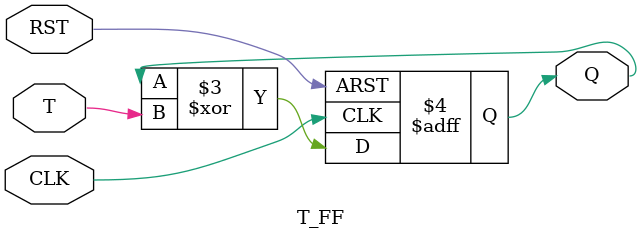
<source format=v>
module Tcircuit (x,y,A,B,CLK,RST);
    input x,CLK,RST;
    output y,A,B;
    wire TA,TB;
    
    //Ecuaciones de entrada de flip-flop
    assign TB = x, TA = x & B;
    //Ecuación de salida
    assign y = A & B;
    //Se crean ejemplares de flip-flops T
    T_FF BF (B,TB,CLK,RST);
    T_FF AF (A,TA,CLK,RST);
endmodule


//Flip-flop T
module T_FF (Q,T,CLK,RST);
    output Q;
    input T,CLK,RST;
    reg Q;
    always @ (posedge CLK or negedge RST)
        if (~RST) Q = 1'b0;
    else Q = Q ^ T;
endmodule
</source>
